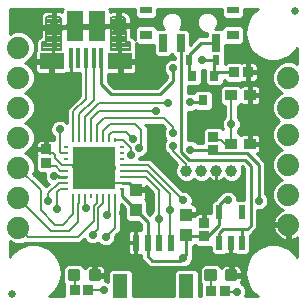
<source format=gtl>
G75*
%MOIN*%
%OFA0B0*%
%FSLAX25Y25*%
%IPPOS*%
%LPD*%
%AMOC8*
5,1,8,0,0,1.08239X$1,22.5*
%
%ADD10R,0.04724X0.07874*%
%ADD11R,0.02362X0.05315*%
%ADD12R,0.01575X0.06890*%
%ADD13R,0.07874X0.05748*%
%ADD14R,0.05610X0.09843*%
%ADD15C,0.03937*%
%ADD16C,0.04331*%
%ADD17C,0.00800*%
%ADD18C,0.07400*%
%ADD19C,0.01181*%
%ADD20R,0.02165X0.04724*%
%ADD21R,0.03346X0.03543*%
%ADD22R,0.02756X0.05906*%
%ADD23R,0.03937X0.02362*%
%ADD24R,0.03937X0.03150*%
%ADD25R,0.03543X0.03346*%
%ADD26R,0.03937X0.04331*%
%ADD27C,0.02900*%
%ADD28C,0.02500*%
%ADD29R,0.03937X0.03543*%
%ADD30R,0.02480X0.03268*%
%ADD31R,0.03150X0.03543*%
%ADD32R,0.00984X0.01575*%
%ADD33R,0.01575X0.00984*%
%ADD34R,0.14173X0.14173*%
%ADD35C,0.01000*%
D10*
X0162310Y0057865D03*
X0184357Y0057865D03*
D11*
X0179239Y0072333D03*
X0175302Y0072333D03*
X0171365Y0072333D03*
X0167428Y0072333D03*
D12*
X0155951Y0133833D03*
X0153392Y0133833D03*
X0150833Y0133833D03*
X0148274Y0133833D03*
X0145715Y0133833D03*
D13*
X0139416Y0132751D03*
X0162251Y0132751D03*
D14*
X0154623Y0144365D03*
X0147044Y0144365D03*
D15*
X0140203Y0143971D03*
X0184333Y0096333D03*
X0189333Y0096333D03*
X0194333Y0096333D03*
X0199333Y0096333D03*
D16*
X0161587Y0143797D02*
X0161587Y0145373D01*
X0161587Y0145373D01*
X0161587Y0143797D01*
X0161587Y0143797D01*
D17*
X0164028Y0144162D02*
X0159096Y0144162D01*
X0159095Y0143364D02*
X0164031Y0143364D01*
X0164033Y0142565D02*
X0159093Y0142565D01*
X0159092Y0141767D02*
X0164035Y0141767D01*
X0164037Y0140968D02*
X0159090Y0140968D01*
X0159089Y0140170D02*
X0164039Y0140170D01*
X0164041Y0139371D02*
X0159087Y0139371D01*
X0159085Y0138573D02*
X0165515Y0138573D01*
X0165518Y0139050D02*
X0165499Y0136530D01*
X0159081Y0136530D01*
X0159101Y0146530D01*
X0159116Y0146803D01*
X0159201Y0147062D01*
X0159351Y0147291D01*
X0159555Y0147473D01*
X0159798Y0147596D01*
X0160066Y0147652D01*
X0162428Y0147652D01*
X0162740Y0147666D01*
X0163047Y0147610D01*
X0163334Y0147487D01*
X0163587Y0147303D01*
X0163792Y0147067D01*
X0163940Y0146792D01*
X0164022Y0146491D01*
X0164042Y0139050D01*
X0165518Y0139050D01*
X0165508Y0137774D02*
X0159084Y0137774D01*
X0159082Y0136976D02*
X0165502Y0136976D01*
X0153392Y0133833D02*
X0153392Y0119833D01*
X0148570Y0115010D01*
X0148570Y0106428D01*
X0150538Y0106428D02*
X0150538Y0114138D01*
X0155233Y0118833D01*
X0178083Y0118833D01*
X0174033Y0116283D02*
X0173983Y0116233D01*
X0155333Y0116233D01*
X0152507Y0113407D01*
X0152507Y0106428D01*
X0154475Y0106428D02*
X0154475Y0111475D01*
X0156733Y0113733D01*
X0176933Y0113733D01*
X0179883Y0110783D01*
X0179883Y0108733D01*
X0179933Y0104433D02*
X0179933Y0102883D01*
X0184333Y0098483D01*
X0184333Y0096333D01*
X0175302Y0089765D02*
X0170844Y0094223D01*
X0162743Y0094223D01*
X0162743Y0092255D02*
X0160333Y0092255D01*
X0155412Y0097176D01*
X0153491Y0097176D01*
X0148318Y0097176D01*
X0147333Y0098160D01*
X0144239Y0098160D01*
X0142957Y0098160D01*
X0140613Y0100503D01*
X0140613Y0101523D01*
X0139923Y0102213D01*
X0138787Y0102213D01*
X0142133Y0102633D02*
X0142133Y0110033D01*
X0146601Y0106428D02*
X0146601Y0116101D01*
X0150833Y0120333D01*
X0150833Y0133833D01*
X0142420Y0136530D02*
X0136196Y0136530D01*
X0136196Y0139030D01*
X0137684Y0139030D01*
X0137684Y0147239D01*
X0137721Y0147395D01*
X0137805Y0147532D01*
X0137927Y0147637D01*
X0138075Y0147698D01*
X0138235Y0147711D01*
X0141640Y0147613D01*
X0141845Y0147582D01*
X0142035Y0147500D01*
X0142197Y0147371D01*
X0142321Y0147204D01*
X0142396Y0147012D01*
X0142420Y0146806D01*
X0142420Y0136530D01*
X0142420Y0136976D02*
X0136196Y0136976D01*
X0136196Y0137774D02*
X0142420Y0137774D01*
X0142420Y0138573D02*
X0136196Y0138573D01*
X0137684Y0139371D02*
X0142420Y0139371D01*
X0142420Y0140170D02*
X0137684Y0140170D01*
X0137684Y0140968D02*
X0142420Y0140968D01*
X0142420Y0141767D02*
X0137684Y0141767D01*
X0137684Y0142565D02*
X0142420Y0142565D01*
X0142420Y0143364D02*
X0137684Y0143364D01*
X0137684Y0144162D02*
X0142420Y0144162D01*
X0142420Y0144961D02*
X0137684Y0144961D01*
X0137684Y0145759D02*
X0142420Y0145759D01*
X0142420Y0146558D02*
X0137684Y0146558D01*
X0137712Y0147356D02*
X0142208Y0147356D01*
X0159103Y0146558D02*
X0164004Y0146558D01*
X0164024Y0145759D02*
X0159100Y0145759D01*
X0159098Y0144961D02*
X0164026Y0144961D01*
X0163513Y0147356D02*
X0159424Y0147356D01*
X0199184Y0121404D02*
X0199333Y0121255D01*
X0199333Y0111833D01*
X0199333Y0105412D01*
X0199184Y0105262D01*
X0197184Y0105262D01*
X0195829Y0106617D01*
X0194333Y0106617D01*
X0193333Y0107617D01*
X0183233Y0086433D02*
X0171507Y0098160D01*
X0162743Y0098160D01*
X0162743Y0096192D02*
X0171075Y0096192D01*
X0178883Y0088383D01*
X0178883Y0083083D01*
X0178883Y0072689D01*
X0179239Y0072333D01*
X0175302Y0072333D02*
X0175302Y0080333D01*
X0175302Y0089765D01*
X0160381Y0087924D02*
X0160381Y0077131D01*
X0157433Y0074183D01*
X0154983Y0076883D02*
X0153033Y0074933D01*
X0154983Y0076883D02*
X0154983Y0083983D01*
X0156444Y0085444D01*
X0156444Y0087924D01*
X0158412Y0087924D02*
X0158412Y0082262D01*
X0157733Y0081583D01*
X0153383Y0079633D02*
X0148033Y0074283D01*
X0131383Y0074283D01*
X0128333Y0077333D01*
X0135733Y0083033D02*
X0135733Y0089933D01*
X0128333Y0097333D01*
X0138750Y0097683D02*
X0140783Y0097683D01*
X0142275Y0096192D01*
X0144239Y0096192D01*
X0144239Y0092255D02*
X0141755Y0092255D01*
X0138333Y0088833D01*
X0138333Y0086033D01*
X0141183Y0083383D02*
X0141183Y0089183D01*
X0142286Y0090286D01*
X0144239Y0090286D01*
X0146601Y0087924D02*
X0146601Y0081801D01*
X0143033Y0078233D01*
X0140533Y0078233D01*
X0135733Y0083033D01*
X0139333Y0076333D02*
X0128333Y0087333D01*
X0139333Y0076333D02*
X0145333Y0076333D01*
X0148133Y0079133D01*
X0148133Y0085133D01*
X0148570Y0085570D01*
X0148570Y0087924D01*
X0150538Y0087924D02*
X0150538Y0084129D01*
X0150783Y0083883D01*
X0153383Y0084533D02*
X0154475Y0085625D01*
X0154475Y0087924D01*
X0153383Y0084533D02*
X0153383Y0079633D01*
X0146881Y0061433D02*
X0147050Y0061264D01*
X0147050Y0056433D01*
X0151617Y0056433D02*
X0156833Y0056433D01*
X0192381Y0056303D02*
X0192550Y0056133D01*
X0192381Y0056303D02*
X0192381Y0061433D01*
X0197117Y0056133D02*
X0197317Y0055933D01*
X0201133Y0055933D01*
X0165733Y0101633D02*
X0165733Y0103933D01*
X0163239Y0106428D01*
X0160381Y0106428D01*
X0158412Y0106428D02*
X0158412Y0108012D01*
X0159433Y0109033D01*
X0164333Y0109033D01*
X0166433Y0106933D01*
X0169333Y0104733D02*
X0169333Y0109933D01*
X0167333Y0111933D01*
X0158933Y0111933D01*
X0156444Y0109444D01*
X0156444Y0106428D01*
X0144239Y0102097D02*
X0142670Y0102097D01*
X0142133Y0102633D01*
X0168533Y0103933D02*
X0169333Y0104733D01*
D18*
X0128333Y0107333D03*
X0128333Y0097333D03*
X0128333Y0087333D03*
X0128333Y0077333D03*
X0128333Y0117333D03*
X0128333Y0127333D03*
X0128333Y0137333D03*
X0218333Y0127333D03*
X0218333Y0117333D03*
X0218333Y0108333D03*
X0218333Y0098333D03*
X0218333Y0088333D03*
X0218333Y0078333D03*
D19*
X0197908Y0062811D02*
X0197908Y0060055D01*
X0197908Y0062811D02*
X0200664Y0062811D01*
X0200664Y0060055D01*
X0197908Y0060055D01*
X0197908Y0061177D02*
X0200664Y0061177D01*
X0200664Y0062299D02*
X0197908Y0062299D01*
X0191003Y0062811D02*
X0191003Y0060055D01*
X0191003Y0062811D02*
X0193759Y0062811D01*
X0193759Y0060055D01*
X0191003Y0060055D01*
X0191003Y0061177D02*
X0193759Y0061177D01*
X0193759Y0062299D02*
X0191003Y0062299D01*
X0152408Y0062811D02*
X0152408Y0060055D01*
X0152408Y0062811D02*
X0155164Y0062811D01*
X0155164Y0060055D01*
X0152408Y0060055D01*
X0152408Y0061177D02*
X0155164Y0061177D01*
X0155164Y0062299D02*
X0152408Y0062299D01*
X0145503Y0062811D02*
X0145503Y0060055D01*
X0145503Y0062811D02*
X0148259Y0062811D01*
X0148259Y0060055D01*
X0145503Y0060055D01*
X0145503Y0061177D02*
X0148259Y0061177D01*
X0148259Y0062299D02*
X0145503Y0062299D01*
D20*
X0195293Y0072315D03*
X0199033Y0072315D03*
X0202773Y0072315D03*
X0202773Y0082552D03*
X0195293Y0082552D03*
D21*
X0197117Y0056133D03*
X0192550Y0056133D03*
X0151617Y0056433D03*
X0147050Y0056433D03*
X0200300Y0129083D03*
X0204867Y0129083D03*
D22*
X0194192Y0138844D03*
X0182381Y0138844D03*
X0176475Y0138844D03*
D23*
X0170963Y0149670D03*
X0199703Y0149670D03*
D24*
X0199703Y0141403D03*
X0170963Y0141403D03*
D25*
X0193333Y0107617D03*
X0193333Y0103050D03*
X0190233Y0078917D03*
X0190233Y0074350D03*
X0137613Y0098820D03*
X0137613Y0103387D03*
D26*
X0167433Y0089880D03*
X0167433Y0083187D03*
X0184333Y0081580D03*
X0184333Y0074887D03*
D27*
X0175302Y0080333D03*
X0178883Y0083083D03*
X0183233Y0086433D03*
X0187683Y0090433D03*
X0179633Y0094433D03*
X0171633Y0089433D03*
X0163133Y0082233D03*
X0157733Y0081583D03*
X0150783Y0083883D03*
X0141183Y0083383D03*
X0138333Y0086033D03*
X0140333Y0094433D03*
X0165733Y0101633D03*
X0168533Y0103933D03*
X0166433Y0106933D03*
X0179883Y0108733D03*
X0179933Y0104433D03*
X0185633Y0103333D03*
X0199333Y0111833D03*
X0210533Y0105833D03*
X0185633Y0119033D03*
X0178083Y0118833D03*
X0174033Y0116283D03*
X0169483Y0125983D03*
X0173383Y0131783D03*
X0179983Y0130433D03*
X0189633Y0133033D03*
X0186533Y0140633D03*
X0199533Y0135633D03*
X0193783Y0123333D03*
X0168383Y0136683D03*
X0144033Y0126433D03*
X0142133Y0110033D03*
X0191583Y0084233D03*
X0198133Y0086433D03*
X0208433Y0086283D03*
X0199183Y0066833D03*
X0201133Y0055933D03*
X0183333Y0067333D03*
X0173533Y0058333D03*
X0156833Y0056433D03*
X0163133Y0069233D03*
X0157433Y0074183D03*
X0153033Y0074933D03*
X0149533Y0069333D03*
X0131033Y0145433D03*
D28*
X0126333Y0055333D03*
X0220633Y0149633D03*
D29*
X0205483Y0121404D03*
X0199184Y0121404D03*
X0199184Y0105262D03*
X0205483Y0105262D03*
D30*
X0194261Y0133133D03*
X0185206Y0133133D03*
D31*
X0186193Y0127970D03*
X0193673Y0127970D03*
X0189933Y0119703D03*
D32*
X0160381Y0106428D03*
X0158412Y0106428D03*
X0156444Y0106428D03*
X0154475Y0106428D03*
X0152507Y0106428D03*
X0150538Y0106428D03*
X0148570Y0106428D03*
X0146601Y0106428D03*
X0146601Y0087924D03*
X0148570Y0087924D03*
X0150538Y0087924D03*
X0152507Y0087924D03*
X0154475Y0087924D03*
X0156444Y0087924D03*
X0158412Y0087924D03*
X0160381Y0087924D03*
D33*
X0162743Y0090286D03*
X0162743Y0092255D03*
X0162743Y0094223D03*
X0162743Y0096192D03*
X0162743Y0098160D03*
X0162743Y0100129D03*
X0162743Y0102097D03*
X0162743Y0104066D03*
X0144239Y0104066D03*
X0144239Y0102097D03*
X0144239Y0100129D03*
X0144239Y0098160D03*
X0144239Y0096192D03*
X0144239Y0094223D03*
X0144239Y0092255D03*
X0144239Y0090286D03*
D34*
X0153491Y0097176D03*
D35*
X0153991Y0097266D02*
X0160255Y0097266D01*
X0160255Y0096964D02*
X0160255Y0097676D01*
X0153991Y0097676D01*
X0153991Y0096676D01*
X0160255Y0096676D01*
X0160255Y0096964D01*
X0162743Y0092255D02*
X0165059Y0092255D01*
X0167433Y0089880D01*
X0167918Y0090277D02*
X0171820Y0090277D01*
X0170902Y0090364D02*
X0170902Y0091195D01*
X0173202Y0088895D01*
X0173202Y0082688D01*
X0172631Y0082118D01*
X0172333Y0081398D01*
X0171102Y0082630D01*
X0171102Y0086056D01*
X0170483Y0086675D01*
X0170602Y0086793D01*
X0170800Y0087135D01*
X0170902Y0087517D01*
X0170902Y0089396D01*
X0167918Y0089396D01*
X0167918Y0090364D01*
X0170902Y0090364D01*
X0170902Y0089278D02*
X0172819Y0089278D01*
X0173202Y0088280D02*
X0170902Y0088280D01*
X0170839Y0087281D02*
X0173202Y0087281D01*
X0173202Y0086283D02*
X0170875Y0086283D01*
X0171102Y0085284D02*
X0173202Y0085284D01*
X0173202Y0084286D02*
X0171102Y0084286D01*
X0171102Y0083287D02*
X0173202Y0083287D01*
X0172802Y0082289D02*
X0171443Y0082289D01*
X0171365Y0079255D02*
X0167433Y0083187D01*
X0162743Y0087877D01*
X0162743Y0090286D01*
X0162481Y0085028D02*
X0163765Y0083744D01*
X0163765Y0080317D01*
X0164761Y0079322D01*
X0168187Y0079322D01*
X0169165Y0078344D01*
X0169165Y0076395D01*
X0168806Y0076491D01*
X0167518Y0076491D01*
X0167518Y0072424D01*
X0167337Y0072424D01*
X0167337Y0072243D01*
X0164747Y0072243D01*
X0164747Y0069478D01*
X0164849Y0069097D01*
X0165046Y0068755D01*
X0165326Y0068476D01*
X0165668Y0068278D01*
X0166049Y0068176D01*
X0167337Y0068176D01*
X0167337Y0072243D01*
X0167518Y0072243D01*
X0167518Y0068176D01*
X0168806Y0068176D01*
X0169165Y0068272D01*
X0169165Y0066891D01*
X0170454Y0065602D01*
X0170633Y0065422D01*
X0171922Y0064133D01*
X0183245Y0064133D01*
X0183295Y0064183D01*
X0183960Y0064183D01*
X0185118Y0064663D01*
X0186004Y0065549D01*
X0186483Y0066707D01*
X0186483Y0067372D01*
X0186533Y0067422D01*
X0186533Y0071022D01*
X0187006Y0071022D01*
X0187359Y0071375D01*
X0187758Y0070977D01*
X0192510Y0070977D01*
X0192510Y0069248D01*
X0193506Y0068253D01*
X0197080Y0068253D01*
X0197380Y0068553D01*
X0197753Y0068453D01*
X0198992Y0068453D01*
X0198992Y0072273D01*
X0199075Y0072273D01*
X0199075Y0068453D01*
X0200313Y0068453D01*
X0200687Y0068553D01*
X0200987Y0068253D01*
X0204560Y0068253D01*
X0205556Y0069248D01*
X0205556Y0074645D01*
X0206645Y0075733D01*
X0207933Y0077022D01*
X0207933Y0083133D01*
X0209060Y0083133D01*
X0210218Y0083613D01*
X0211104Y0084499D01*
X0211583Y0085657D01*
X0211583Y0086910D01*
X0211104Y0088068D01*
X0210633Y0088538D01*
X0210633Y0099145D01*
X0209345Y0100433D01*
X0207758Y0102020D01*
X0208030Y0102093D01*
X0208372Y0102291D01*
X0208652Y0102570D01*
X0208849Y0102912D01*
X0208951Y0103293D01*
X0208951Y0104877D01*
X0205869Y0104877D01*
X0205869Y0105648D01*
X0208951Y0105648D01*
X0208951Y0107232D01*
X0208849Y0107613D01*
X0208652Y0107955D01*
X0208372Y0108234D01*
X0208030Y0108432D01*
X0207649Y0108534D01*
X0205869Y0108534D01*
X0205869Y0105648D01*
X0205097Y0105648D01*
X0205097Y0108534D01*
X0203317Y0108534D01*
X0202935Y0108432D01*
X0202593Y0108234D01*
X0202475Y0108116D01*
X0201856Y0108734D01*
X0201433Y0108734D01*
X0201433Y0109479D01*
X0202004Y0110049D01*
X0202483Y0111207D01*
X0202483Y0112460D01*
X0202004Y0113618D01*
X0201433Y0114188D01*
X0201433Y0117933D01*
X0201856Y0117933D01*
X0202475Y0118551D01*
X0202593Y0118432D01*
X0202935Y0118235D01*
X0202159Y0118235D01*
X0202935Y0118235D02*
X0203317Y0118133D01*
X0205097Y0118133D01*
X0205097Y0121018D01*
X0205869Y0121018D01*
X0205869Y0118133D01*
X0207649Y0118133D01*
X0208030Y0118235D01*
X0208372Y0118432D01*
X0208652Y0118712D01*
X0208849Y0119054D01*
X0208951Y0119435D01*
X0208951Y0121018D01*
X0205869Y0121018D01*
X0205869Y0121790D01*
X0208951Y0121790D01*
X0208951Y0123373D01*
X0208849Y0123755D01*
X0208652Y0124097D01*
X0208372Y0124376D01*
X0208030Y0124574D01*
X0207649Y0124676D01*
X0205869Y0124676D01*
X0205869Y0121790D01*
X0205097Y0121790D01*
X0205097Y0124676D01*
X0203317Y0124676D01*
X0202935Y0124574D01*
X0202593Y0124376D01*
X0202475Y0124257D01*
X0201856Y0124876D01*
X0196511Y0124876D01*
X0195515Y0123880D01*
X0195515Y0118928D01*
X0196511Y0117933D01*
X0197233Y0117933D01*
X0197233Y0114188D01*
X0196663Y0113618D01*
X0196183Y0112460D01*
X0196183Y0111207D01*
X0196601Y0110198D01*
X0195809Y0110990D01*
X0190858Y0110990D01*
X0189862Y0109994D01*
X0189862Y0105533D01*
X0187888Y0105533D01*
X0187418Y0106004D01*
X0186260Y0106483D01*
X0185007Y0106483D01*
X0184833Y0106411D01*
X0184833Y0115955D01*
X0185007Y0115883D01*
X0186260Y0115883D01*
X0187418Y0116363D01*
X0187470Y0116415D01*
X0187654Y0116231D01*
X0192212Y0116231D01*
X0193208Y0117227D01*
X0193208Y0122178D01*
X0192212Y0123174D01*
X0187654Y0123174D01*
X0186659Y0122178D01*
X0186659Y0122018D01*
X0186260Y0122183D01*
X0185007Y0122183D01*
X0184833Y0122111D01*
X0184833Y0124499D01*
X0188472Y0124499D01*
X0189468Y0125495D01*
X0189468Y0129883D01*
X0190260Y0129883D01*
X0190399Y0129941D01*
X0190399Y0125495D01*
X0191395Y0124499D01*
X0195952Y0124499D01*
X0196948Y0125495D01*
X0196948Y0126586D01*
X0197922Y0125612D01*
X0202677Y0125612D01*
X0202902Y0125837D01*
X0202996Y0125812D01*
X0204530Y0125812D01*
X0204530Y0128747D01*
X0205203Y0128747D01*
X0205203Y0125812D01*
X0206737Y0125812D01*
X0207119Y0125914D01*
X0207461Y0126111D01*
X0207740Y0126391D01*
X0207938Y0126733D01*
X0208040Y0127114D01*
X0208040Y0128747D01*
X0205203Y0128747D01*
X0205203Y0129420D01*
X0204530Y0129420D01*
X0204530Y0132355D01*
X0202996Y0132355D01*
X0202902Y0132330D01*
X0202677Y0132555D01*
X0197922Y0132555D01*
X0197201Y0131834D01*
X0197201Y0135118D01*
X0197270Y0135187D01*
X0197270Y0138128D01*
X0202376Y0138128D01*
X0203372Y0139124D01*
X0203372Y0143682D01*
X0202376Y0144677D01*
X0197031Y0144677D01*
X0196035Y0143682D01*
X0196035Y0143496D01*
X0193911Y0143496D01*
X0194182Y0143767D01*
X0194710Y0145043D01*
X0194710Y0146424D01*
X0194182Y0147700D01*
X0193205Y0148676D01*
X0191929Y0149205D01*
X0190548Y0149205D01*
X0189272Y0148676D01*
X0188296Y0147700D01*
X0187767Y0146424D01*
X0187767Y0145043D01*
X0188296Y0143767D01*
X0189272Y0142790D01*
X0190548Y0142262D01*
X0191114Y0142262D01*
X0191114Y0141044D01*
X0188330Y0141044D01*
X0185459Y0138172D01*
X0185459Y0142500D01*
X0184463Y0143496D01*
X0182100Y0143496D01*
X0182371Y0143767D01*
X0182899Y0145043D01*
X0182899Y0146424D01*
X0182371Y0147700D01*
X0181394Y0148676D01*
X0180118Y0149205D01*
X0178737Y0149205D01*
X0177461Y0148676D01*
X0176485Y0147700D01*
X0175956Y0146424D01*
X0175956Y0145043D01*
X0176485Y0143767D01*
X0176755Y0143496D01*
X0174632Y0143496D01*
X0174632Y0143682D01*
X0173636Y0144677D01*
X0168291Y0144677D01*
X0167295Y0143682D01*
X0167295Y0139769D01*
X0167295Y0139769D01*
X0167291Y0139776D01*
X0167291Y0139776D01*
X0167291Y0139776D01*
X0167289Y0139783D01*
X0167168Y0139993D01*
X0167167Y0139993D01*
X0167167Y0139994D01*
X0167048Y0140205D01*
X0167043Y0140210D01*
X0167042Y0140210D01*
X0167039Y0140216D01*
X0166867Y0140388D01*
X0166867Y0140388D01*
X0166867Y0140389D01*
X0166697Y0140561D01*
X0166690Y0140565D01*
X0166685Y0140570D01*
X0166475Y0140691D01*
X0166475Y0140692D01*
X0166474Y0140692D01*
X0166266Y0140815D01*
X0166258Y0140817D01*
X0166252Y0140820D01*
X0166017Y0140883D01*
X0166017Y0140883D01*
X0166017Y0140883D01*
X0165937Y0140905D01*
X0165929Y0144085D01*
X0162087Y0144085D01*
X0162087Y0145085D01*
X0165926Y0145085D01*
X0165923Y0146393D01*
X0165938Y0146539D01*
X0165922Y0146642D01*
X0165922Y0146746D01*
X0165883Y0146888D01*
X0165849Y0147106D01*
X0165625Y0147716D01*
X0165287Y0148269D01*
X0165287Y0148269D01*
X0164847Y0148746D01*
X0164847Y0148746D01*
X0164847Y0148746D01*
X0164795Y0148784D01*
X0164322Y0149129D01*
X0164247Y0149163D01*
X0163733Y0149401D01*
X0163733Y0149401D01*
X0163102Y0149553D01*
X0163102Y0149553D01*
X0162453Y0149580D01*
X0162279Y0149552D01*
X0162087Y0149552D01*
X0162087Y0145085D01*
X0161087Y0145085D01*
X0161087Y0149552D01*
X0160243Y0149552D01*
X0160172Y0149566D01*
X0159994Y0149552D01*
X0159815Y0149552D01*
X0159745Y0149533D01*
X0159633Y0149525D01*
X0159074Y0149369D01*
X0158928Y0149295D01*
X0158928Y0149484D01*
X0158826Y0149865D01*
X0158628Y0150207D01*
X0158602Y0150233D01*
X0167295Y0150233D01*
X0167295Y0147785D01*
X0168291Y0146789D01*
X0173636Y0146789D01*
X0174632Y0147785D01*
X0174632Y0150233D01*
X0196035Y0150233D01*
X0196035Y0147785D01*
X0197031Y0146789D01*
X0202376Y0146789D01*
X0203372Y0147785D01*
X0203372Y0150233D01*
X0208124Y0150233D01*
X0206021Y0148469D01*
X0206021Y0148469D01*
X0206021Y0148469D01*
X0204364Y0145598D01*
X0203788Y0142333D01*
X0204364Y0139069D01*
X0206021Y0136198D01*
X0208561Y0134067D01*
X0211676Y0132933D01*
X0214991Y0132933D01*
X0218106Y0134067D01*
X0220645Y0136198D01*
X0221233Y0137217D01*
X0221233Y0131977D01*
X0219407Y0132733D01*
X0217259Y0132733D01*
X0215274Y0131911D01*
X0213755Y0130392D01*
X0212933Y0128407D01*
X0212933Y0126259D01*
X0213755Y0124274D01*
X0215274Y0122755D01*
X0216294Y0122333D01*
X0215274Y0121911D01*
X0213755Y0120392D01*
X0212933Y0118407D01*
X0212933Y0116259D01*
X0213755Y0114274D01*
X0215197Y0112833D01*
X0213755Y0111392D01*
X0212933Y0109407D01*
X0212933Y0107259D01*
X0213755Y0105274D01*
X0215274Y0103755D01*
X0216294Y0103333D01*
X0215274Y0102911D01*
X0213755Y0101392D01*
X0212933Y0099407D01*
X0212933Y0097259D01*
X0213755Y0095274D01*
X0215274Y0093755D01*
X0216294Y0093333D01*
X0215274Y0092911D01*
X0213755Y0091392D01*
X0212933Y0089407D01*
X0212933Y0087259D01*
X0213755Y0085274D01*
X0215274Y0083755D01*
X0216558Y0083224D01*
X0216337Y0083152D01*
X0215608Y0082781D01*
X0214946Y0082300D01*
X0214367Y0081721D01*
X0213886Y0081059D01*
X0213514Y0080329D01*
X0213261Y0079551D01*
X0213148Y0078833D01*
X0217833Y0078833D01*
X0217833Y0077833D01*
X0218833Y0077833D01*
X0218833Y0073148D01*
X0219551Y0073261D01*
X0220329Y0073514D01*
X0221059Y0073886D01*
X0221233Y0074013D01*
X0221233Y0067450D01*
X0220645Y0068469D01*
X0218106Y0070600D01*
X0214991Y0071733D01*
X0211676Y0071733D01*
X0208561Y0070600D01*
X0206021Y0068469D01*
X0206021Y0068469D01*
X0206021Y0068469D01*
X0204364Y0065598D01*
X0203788Y0062333D01*
X0204364Y0059069D01*
X0204364Y0059069D01*
X0206021Y0056198D01*
X0208124Y0054433D01*
X0203922Y0054433D01*
X0204283Y0055307D01*
X0204283Y0056560D01*
X0203804Y0057718D01*
X0202918Y0058604D01*
X0202371Y0058830D01*
X0202612Y0059248D01*
X0202755Y0059780D01*
X0202755Y0060949D01*
X0199770Y0060949D01*
X0199770Y0061918D01*
X0198802Y0061918D01*
X0198802Y0064902D01*
X0197633Y0064902D01*
X0197101Y0064759D01*
X0196624Y0064484D01*
X0196235Y0064095D01*
X0196045Y0063765D01*
X0194707Y0065102D01*
X0190054Y0065102D01*
X0188712Y0063760D01*
X0188712Y0059107D01*
X0189193Y0058626D01*
X0189177Y0058609D01*
X0189177Y0054433D01*
X0188419Y0054433D01*
X0188419Y0062506D01*
X0187423Y0063502D01*
X0181291Y0063502D01*
X0180295Y0062506D01*
X0180295Y0054433D01*
X0166372Y0054433D01*
X0166372Y0062506D01*
X0165376Y0063502D01*
X0159243Y0063502D01*
X0158248Y0062506D01*
X0158248Y0059257D01*
X0157460Y0059583D01*
X0157202Y0059583D01*
X0157255Y0059780D01*
X0157255Y0060949D01*
X0154270Y0060949D01*
X0154270Y0061918D01*
X0153302Y0061918D01*
X0153302Y0064902D01*
X0152133Y0064902D01*
X0151601Y0064759D01*
X0151124Y0064484D01*
X0150735Y0064095D01*
X0150545Y0063765D01*
X0149207Y0065102D01*
X0144554Y0065102D01*
X0143212Y0063760D01*
X0143212Y0059107D01*
X0143677Y0058642D01*
X0143677Y0054433D01*
X0138542Y0054433D01*
X0140645Y0056198D01*
X0142303Y0059069D01*
X0142878Y0062333D01*
X0142303Y0065598D01*
X0140645Y0068469D01*
X0138106Y0070600D01*
X0134991Y0071733D01*
X0131676Y0071733D01*
X0128561Y0070600D01*
X0126021Y0068469D01*
X0126021Y0068469D01*
X0126021Y0068469D01*
X0125433Y0067450D01*
X0125433Y0072690D01*
X0127259Y0071933D01*
X0129407Y0071933D01*
X0130366Y0072330D01*
X0130513Y0072183D01*
X0148903Y0072183D01*
X0150133Y0073413D01*
X0150218Y0073498D01*
X0150363Y0073149D01*
X0151249Y0072263D01*
X0152407Y0071783D01*
X0153660Y0071783D01*
X0154818Y0072263D01*
X0154858Y0072304D01*
X0155649Y0071513D01*
X0156807Y0071033D01*
X0158060Y0071033D01*
X0159218Y0071513D01*
X0160104Y0072399D01*
X0160583Y0073557D01*
X0160583Y0074363D01*
X0161250Y0075031D01*
X0162481Y0076261D01*
X0162481Y0085028D01*
X0162481Y0084286D02*
X0163223Y0084286D01*
X0163765Y0083287D02*
X0162481Y0083287D01*
X0162481Y0082289D02*
X0163765Y0082289D01*
X0163765Y0081290D02*
X0162481Y0081290D01*
X0162481Y0080292D02*
X0163791Y0080292D01*
X0162481Y0079293D02*
X0168216Y0079293D01*
X0169165Y0078295D02*
X0162481Y0078295D01*
X0162481Y0077296D02*
X0169165Y0077296D01*
X0167518Y0076298D02*
X0167337Y0076298D01*
X0167337Y0076491D02*
X0166049Y0076491D01*
X0165668Y0076389D01*
X0165326Y0076191D01*
X0165046Y0075912D01*
X0164849Y0075570D01*
X0164747Y0075188D01*
X0164747Y0072424D01*
X0167337Y0072424D01*
X0167337Y0076491D01*
X0167337Y0075299D02*
X0167518Y0075299D01*
X0167518Y0074301D02*
X0167337Y0074301D01*
X0167337Y0073302D02*
X0167518Y0073302D01*
X0167337Y0072304D02*
X0160008Y0072304D01*
X0160478Y0073302D02*
X0164747Y0073302D01*
X0164747Y0074301D02*
X0160583Y0074301D01*
X0161519Y0075299D02*
X0164776Y0075299D01*
X0165510Y0076298D02*
X0162481Y0076298D01*
X0164747Y0071305D02*
X0158716Y0071305D01*
X0156151Y0071305D02*
X0136167Y0071305D01*
X0138106Y0070600D02*
X0138106Y0070600D01*
X0138455Y0070307D02*
X0164747Y0070307D01*
X0164792Y0069308D02*
X0139645Y0069308D01*
X0140645Y0068469D02*
X0140645Y0068469D01*
X0140737Y0068310D02*
X0165613Y0068310D01*
X0167337Y0068310D02*
X0167518Y0068310D01*
X0167518Y0069308D02*
X0167337Y0069308D01*
X0167337Y0070307D02*
X0167518Y0070307D01*
X0167518Y0071305D02*
X0167337Y0071305D01*
X0171365Y0072333D02*
X0171365Y0067802D01*
X0172833Y0066333D01*
X0182333Y0066333D01*
X0183333Y0067333D01*
X0184333Y0068333D01*
X0184333Y0074887D01*
X0184870Y0074350D01*
X0190233Y0074350D01*
X0191550Y0074350D01*
X0195293Y0078093D01*
X0195293Y0082552D01*
X0195293Y0084993D01*
X0196733Y0086433D01*
X0198133Y0086433D01*
X0195879Y0088633D02*
X0195822Y0088633D01*
X0194533Y0087345D01*
X0194382Y0087193D01*
X0193803Y0086614D01*
X0193506Y0086614D01*
X0192510Y0085618D01*
X0192510Y0082007D01*
X0192202Y0082090D01*
X0190570Y0082090D01*
X0190570Y0079253D01*
X0189897Y0079253D01*
X0189897Y0082090D01*
X0188264Y0082090D01*
X0187883Y0081988D01*
X0187541Y0081790D01*
X0187261Y0081511D01*
X0187064Y0081169D01*
X0187044Y0081096D01*
X0184818Y0081096D01*
X0184818Y0082064D01*
X0187802Y0082064D01*
X0187802Y0083943D01*
X0187700Y0084324D01*
X0187502Y0084666D01*
X0187223Y0084945D01*
X0186881Y0085143D01*
X0186499Y0085245D01*
X0186151Y0085245D01*
X0186383Y0085807D01*
X0186383Y0087060D01*
X0185904Y0088218D01*
X0185018Y0089104D01*
X0183860Y0089583D01*
X0183053Y0089583D01*
X0173607Y0099030D01*
X0172376Y0100260D01*
X0168574Y0100260D01*
X0168791Y0100783D01*
X0169160Y0100783D01*
X0170318Y0101263D01*
X0171204Y0102149D01*
X0171683Y0103307D01*
X0171683Y0104560D01*
X0171433Y0105163D01*
X0171433Y0110803D01*
X0170603Y0111633D01*
X0176063Y0111633D01*
X0177203Y0110494D01*
X0176733Y0109360D01*
X0176733Y0108107D01*
X0177213Y0106949D01*
X0177604Y0106558D01*
X0177263Y0106218D01*
X0176783Y0105060D01*
X0176783Y0103807D01*
X0177263Y0102649D01*
X0177833Y0102079D01*
X0177833Y0102013D01*
X0181329Y0098517D01*
X0181223Y0098411D01*
X0180665Y0097063D01*
X0180665Y0095604D01*
X0181223Y0094255D01*
X0182255Y0093223D01*
X0183604Y0092665D01*
X0185063Y0092665D01*
X0186411Y0093223D01*
X0186833Y0093645D01*
X0187255Y0093223D01*
X0188604Y0092665D01*
X0190063Y0092665D01*
X0191411Y0093223D01*
X0191975Y0093787D01*
X0192122Y0093639D01*
X0192690Y0093260D01*
X0193322Y0092998D01*
X0193992Y0092865D01*
X0194333Y0092865D01*
X0194333Y0096333D01*
X0194333Y0096333D01*
X0194333Y0092865D01*
X0194675Y0092865D01*
X0195345Y0092998D01*
X0195976Y0093260D01*
X0196544Y0093639D01*
X0196692Y0093787D01*
X0197255Y0093223D01*
X0198604Y0092665D01*
X0200063Y0092665D01*
X0201411Y0093223D01*
X0202443Y0094255D01*
X0203002Y0095604D01*
X0203002Y0097063D01*
X0202724Y0097733D01*
X0202822Y0097733D01*
X0203533Y0097022D01*
X0203533Y0086614D01*
X0201283Y0086614D01*
X0201283Y0087060D01*
X0200804Y0088218D01*
X0199918Y0089104D01*
X0198760Y0089583D01*
X0197507Y0089583D01*
X0196349Y0089104D01*
X0195879Y0088633D01*
X0195468Y0088280D02*
X0185842Y0088280D01*
X0186292Y0087281D02*
X0194470Y0087281D01*
X0193175Y0086283D02*
X0186383Y0086283D01*
X0186167Y0085284D02*
X0192510Y0085284D01*
X0192510Y0084286D02*
X0187710Y0084286D01*
X0187802Y0083287D02*
X0192510Y0083287D01*
X0192510Y0082289D02*
X0187802Y0082289D01*
X0187134Y0081290D02*
X0184818Y0081290D01*
X0189897Y0081290D02*
X0190570Y0081290D01*
X0190570Y0080292D02*
X0189897Y0080292D01*
X0189897Y0079293D02*
X0190570Y0079293D01*
X0195293Y0075633D02*
X0196393Y0076733D01*
X0203333Y0076733D01*
X0202773Y0076173D01*
X0202773Y0072315D01*
X0205556Y0072304D02*
X0221233Y0072304D01*
X0221233Y0073302D02*
X0219676Y0073302D01*
X0218833Y0073302D02*
X0217833Y0073302D01*
X0217833Y0073148D02*
X0217833Y0077833D01*
X0213148Y0077833D01*
X0213261Y0077116D01*
X0213514Y0076337D01*
X0213886Y0075608D01*
X0214367Y0074946D01*
X0214946Y0074367D01*
X0215608Y0073886D01*
X0216337Y0073514D01*
X0217116Y0073261D01*
X0217833Y0073148D01*
X0216990Y0073302D02*
X0205556Y0073302D01*
X0205556Y0074301D02*
X0215037Y0074301D01*
X0214110Y0075299D02*
X0206210Y0075299D01*
X0207209Y0076298D02*
X0213534Y0076298D01*
X0213233Y0077296D02*
X0207933Y0077296D01*
X0207933Y0078295D02*
X0217833Y0078295D01*
X0217833Y0077296D02*
X0218833Y0077296D01*
X0218833Y0076298D02*
X0217833Y0076298D01*
X0217833Y0075299D02*
X0218833Y0075299D01*
X0218833Y0074301D02*
X0217833Y0074301D01*
X0216167Y0071305D02*
X0221233Y0071305D01*
X0221233Y0070307D02*
X0218455Y0070307D01*
X0218106Y0070600D02*
X0218106Y0070600D01*
X0219645Y0069308D02*
X0221233Y0069308D01*
X0221233Y0068310D02*
X0220737Y0068310D01*
X0220645Y0068469D02*
X0220645Y0068469D01*
X0210499Y0071305D02*
X0205556Y0071305D01*
X0205556Y0070307D02*
X0208212Y0070307D01*
X0208561Y0070600D02*
X0208561Y0070600D01*
X0207022Y0069308D02*
X0205556Y0069308D01*
X0205930Y0068310D02*
X0204617Y0068310D01*
X0205353Y0067311D02*
X0186483Y0067311D01*
X0186533Y0068310D02*
X0193449Y0068310D01*
X0192510Y0069308D02*
X0186533Y0069308D01*
X0186533Y0070307D02*
X0192510Y0070307D01*
X0195293Y0072315D02*
X0195293Y0075633D01*
X0203333Y0076733D02*
X0204533Y0076733D01*
X0205733Y0077933D01*
X0205733Y0097933D01*
X0203733Y0099933D01*
X0185283Y0099933D01*
X0182633Y0102583D01*
X0182633Y0138591D01*
X0182381Y0138844D01*
X0185459Y0139204D02*
X0186491Y0139204D01*
X0187489Y0140202D02*
X0185459Y0140202D01*
X0185459Y0141201D02*
X0191114Y0141201D01*
X0191114Y0142199D02*
X0185459Y0142199D01*
X0184761Y0143198D02*
X0188865Y0143198D01*
X0188118Y0144196D02*
X0182549Y0144196D01*
X0182899Y0145195D02*
X0187767Y0145195D01*
X0187767Y0146193D02*
X0182899Y0146193D01*
X0182581Y0147192D02*
X0188085Y0147192D01*
X0188786Y0148190D02*
X0181880Y0148190D01*
X0180157Y0149189D02*
X0190510Y0149189D01*
X0191968Y0149189D02*
X0196035Y0149189D01*
X0196035Y0150187D02*
X0174632Y0150187D01*
X0174632Y0149189D02*
X0178699Y0149189D01*
X0176975Y0148190D02*
X0174632Y0148190D01*
X0174039Y0147192D02*
X0176274Y0147192D01*
X0175956Y0146193D02*
X0165923Y0146193D01*
X0165922Y0146642D02*
X0165922Y0146642D01*
X0165883Y0146888D02*
X0165883Y0146888D01*
X0165817Y0147192D02*
X0167888Y0147192D01*
X0167295Y0148190D02*
X0165335Y0148190D01*
X0164322Y0149129D02*
X0164322Y0149129D01*
X0164191Y0149189D02*
X0167295Y0149189D01*
X0167295Y0150187D02*
X0158639Y0150187D01*
X0159074Y0149369D02*
X0159074Y0149369D01*
X0159633Y0149525D02*
X0159633Y0149525D01*
X0159745Y0149533D02*
X0159745Y0149533D01*
X0161087Y0149189D02*
X0162087Y0149189D01*
X0162453Y0149580D02*
X0162453Y0149580D01*
X0162087Y0148190D02*
X0161087Y0148190D01*
X0161087Y0147192D02*
X0162087Y0147192D01*
X0162087Y0146193D02*
X0161087Y0146193D01*
X0161087Y0145195D02*
X0162087Y0145195D01*
X0162087Y0144196D02*
X0167810Y0144196D01*
X0167295Y0143198D02*
X0165931Y0143198D01*
X0165934Y0142199D02*
X0167295Y0142199D01*
X0167295Y0141201D02*
X0165936Y0141201D01*
X0166258Y0140817D02*
X0166258Y0140817D01*
X0166258Y0140817D01*
X0166690Y0140565D02*
X0166690Y0140565D01*
X0166690Y0140565D01*
X0167043Y0140210D02*
X0167043Y0140210D01*
X0167049Y0140202D02*
X0167295Y0140202D01*
X0167418Y0139000D02*
X0168291Y0138128D01*
X0173397Y0138128D01*
X0173397Y0135187D01*
X0174393Y0134191D01*
X0178557Y0134191D01*
X0179428Y0135061D01*
X0180298Y0134191D01*
X0180433Y0134191D01*
X0180433Y0133583D01*
X0179357Y0133583D01*
X0178199Y0133104D01*
X0177313Y0132218D01*
X0176833Y0131060D01*
X0176833Y0129807D01*
X0177313Y0128649D01*
X0177783Y0128179D01*
X0177783Y0127095D01*
X0174622Y0123933D01*
X0160145Y0123933D01*
X0158151Y0125926D01*
X0158151Y0128377D01*
X0161751Y0128377D01*
X0161751Y0132251D01*
X0162751Y0132251D01*
X0162751Y0133251D01*
X0161751Y0133251D01*
X0161751Y0137125D01*
X0161087Y0137125D01*
X0161087Y0144085D01*
X0162087Y0144085D01*
X0162087Y0134630D01*
X0162751Y0134630D01*
X0162751Y0133251D01*
X0167688Y0133251D01*
X0167688Y0135822D01*
X0167585Y0136204D01*
X0167399Y0136527D01*
X0167416Y0138792D01*
X0167418Y0138800D01*
X0167418Y0139000D01*
X0167412Y0138205D02*
X0168213Y0138205D01*
X0167404Y0137207D02*
X0173397Y0137207D01*
X0173397Y0136208D02*
X0167583Y0136208D01*
X0167688Y0135210D02*
X0173397Y0135210D01*
X0174372Y0134211D02*
X0167688Y0134211D01*
X0167688Y0132251D02*
X0162751Y0132251D01*
X0162751Y0128377D01*
X0166385Y0128377D01*
X0166767Y0128479D01*
X0167109Y0128676D01*
X0167388Y0128956D01*
X0167585Y0129298D01*
X0167688Y0129679D01*
X0167688Y0132251D01*
X0167688Y0132214D02*
X0177311Y0132214D01*
X0176898Y0131216D02*
X0167688Y0131216D01*
X0167688Y0130217D02*
X0176833Y0130217D01*
X0177077Y0129219D02*
X0167540Y0129219D01*
X0162751Y0129219D02*
X0161751Y0129219D01*
X0161751Y0130217D02*
X0162751Y0130217D01*
X0162751Y0131216D02*
X0161751Y0131216D01*
X0161751Y0132214D02*
X0162751Y0132214D01*
X0162751Y0133213D02*
X0178462Y0133213D01*
X0178578Y0134211D02*
X0180278Y0134211D01*
X0179983Y0130433D02*
X0179983Y0126183D01*
X0175533Y0121733D01*
X0159233Y0121733D01*
X0155951Y0125015D01*
X0155951Y0133833D01*
X0161751Y0134211D02*
X0162751Y0134211D01*
X0162087Y0135210D02*
X0161751Y0135210D01*
X0161751Y0136208D02*
X0162087Y0136208D01*
X0162087Y0137207D02*
X0161087Y0137207D01*
X0161087Y0138205D02*
X0162087Y0138205D01*
X0162087Y0139204D02*
X0161087Y0139204D01*
X0161087Y0140202D02*
X0162087Y0140202D01*
X0162087Y0141201D02*
X0161087Y0141201D01*
X0161087Y0142199D02*
X0162087Y0142199D01*
X0162087Y0143198D02*
X0161087Y0143198D01*
X0161087Y0144085D02*
X0157196Y0144085D01*
X0157196Y0143865D01*
X0155123Y0143865D01*
X0155123Y0144865D01*
X0158928Y0144865D01*
X0158928Y0145085D01*
X0161087Y0145085D01*
X0161087Y0144085D01*
X0161087Y0144196D02*
X0155123Y0144196D01*
X0154123Y0144196D02*
X0147544Y0144196D01*
X0147544Y0143865D02*
X0147544Y0144865D01*
X0150318Y0144865D01*
X0154123Y0144865D01*
X0154123Y0143865D01*
X0147544Y0143865D01*
X0146544Y0143865D02*
X0142739Y0143865D01*
X0142739Y0143487D01*
X0140688Y0143487D01*
X0140688Y0144455D01*
X0144320Y0144455D01*
X0144320Y0144865D01*
X0146544Y0144865D01*
X0146544Y0143865D01*
X0146544Y0144196D02*
X0140688Y0144196D01*
X0140688Y0144455D02*
X0139719Y0144455D01*
X0139719Y0143487D01*
X0135784Y0143487D01*
X0135784Y0140887D01*
X0135462Y0140801D01*
X0135029Y0140551D01*
X0134675Y0140197D01*
X0134425Y0139764D01*
X0134296Y0139280D01*
X0134296Y0136563D01*
X0134279Y0136546D01*
X0134081Y0136204D01*
X0133979Y0135822D01*
X0133979Y0133251D01*
X0138916Y0133251D01*
X0138916Y0134630D01*
X0139719Y0134630D01*
X0139719Y0143487D01*
X0140688Y0143487D01*
X0140688Y0137125D01*
X0139916Y0137125D01*
X0139916Y0133251D01*
X0138916Y0133251D01*
X0138916Y0132251D01*
X0133979Y0132251D01*
X0133979Y0129679D01*
X0134081Y0129298D01*
X0134279Y0128956D01*
X0134558Y0128676D01*
X0134900Y0128479D01*
X0135282Y0128377D01*
X0138916Y0128377D01*
X0138916Y0132251D01*
X0139916Y0132251D01*
X0139916Y0128377D01*
X0143550Y0128377D01*
X0143932Y0128479D01*
X0144274Y0128676D01*
X0144538Y0128940D01*
X0144730Y0128888D01*
X0145715Y0128888D01*
X0145715Y0133833D01*
X0145715Y0133833D01*
X0145715Y0128888D01*
X0146583Y0128888D01*
X0146783Y0128688D01*
X0148733Y0128688D01*
X0148733Y0121203D01*
X0145731Y0118201D01*
X0144501Y0116971D01*
X0144501Y0112120D01*
X0143918Y0112704D01*
X0142760Y0113183D01*
X0141507Y0113183D01*
X0140349Y0112704D01*
X0139463Y0111818D01*
X0138983Y0110660D01*
X0138983Y0109407D01*
X0139463Y0108249D01*
X0140033Y0107679D01*
X0140033Y0106418D01*
X0139964Y0106458D01*
X0139582Y0106560D01*
X0137950Y0106560D01*
X0137950Y0103723D01*
X0137277Y0103723D01*
X0137277Y0103050D01*
X0134342Y0103050D01*
X0134342Y0101516D01*
X0134367Y0101422D01*
X0134142Y0101197D01*
X0134142Y0096442D01*
X0135138Y0095447D01*
X0137344Y0095447D01*
X0137183Y0095060D01*
X0137183Y0093807D01*
X0137663Y0092649D01*
X0138421Y0091891D01*
X0137583Y0091053D01*
X0133336Y0095300D01*
X0133733Y0096259D01*
X0133733Y0098407D01*
X0132911Y0100392D01*
X0131392Y0101911D01*
X0130373Y0102333D01*
X0131392Y0102755D01*
X0132911Y0104274D01*
X0133733Y0106259D01*
X0133733Y0108407D01*
X0132911Y0110392D01*
X0131392Y0111911D01*
X0130373Y0112333D01*
X0131392Y0112755D01*
X0132911Y0114274D01*
X0133733Y0116259D01*
X0133733Y0118407D01*
X0132911Y0120392D01*
X0131392Y0121911D01*
X0130373Y0122333D01*
X0131392Y0122755D01*
X0132911Y0124274D01*
X0133733Y0126259D01*
X0133733Y0128407D01*
X0132911Y0130392D01*
X0131392Y0131911D01*
X0130373Y0132333D01*
X0131392Y0132755D01*
X0132911Y0134274D01*
X0133733Y0136259D01*
X0133733Y0138407D01*
X0132911Y0140392D01*
X0131392Y0141911D01*
X0129407Y0142733D01*
X0127259Y0142733D01*
X0125433Y0141977D01*
X0125433Y0150233D01*
X0143065Y0150233D01*
X0143039Y0150207D01*
X0142841Y0149865D01*
X0142739Y0149484D01*
X0142739Y0149275D01*
X0142566Y0149362D01*
X0142389Y0149406D01*
X0141977Y0149507D01*
X0141684Y0149512D01*
X0140688Y0149541D01*
X0140688Y0144455D01*
X0140688Y0145195D02*
X0139719Y0145195D01*
X0139719Y0144455D02*
X0139719Y0149569D01*
X0138335Y0149609D01*
X0138109Y0149627D01*
X0138048Y0149617D01*
X0138040Y0149618D01*
X0138022Y0149614D01*
X0137572Y0149547D01*
X0137065Y0149349D01*
X0136615Y0149043D01*
X0136244Y0148645D01*
X0136160Y0148500D01*
X0135971Y0148175D01*
X0135905Y0147960D01*
X0135810Y0147656D01*
X0135810Y0147656D01*
X0135803Y0147560D01*
X0135784Y0147489D01*
X0135784Y0147312D01*
X0135770Y0147135D01*
X0135784Y0147063D01*
X0135784Y0144455D01*
X0139719Y0144455D01*
X0139719Y0144196D02*
X0125433Y0144196D01*
X0125433Y0143198D02*
X0135784Y0143198D01*
X0135784Y0142199D02*
X0130697Y0142199D01*
X0132103Y0141201D02*
X0135784Y0141201D01*
X0134681Y0140202D02*
X0132990Y0140202D01*
X0133403Y0139204D02*
X0134296Y0139204D01*
X0134296Y0138205D02*
X0133733Y0138205D01*
X0133733Y0137207D02*
X0134296Y0137207D01*
X0134084Y0136208D02*
X0133712Y0136208D01*
X0133979Y0135210D02*
X0133299Y0135210D01*
X0132848Y0134211D02*
X0133979Y0134211D01*
X0133979Y0132214D02*
X0130661Y0132214D01*
X0131849Y0133213D02*
X0138916Y0133213D01*
X0138916Y0134211D02*
X0139916Y0134211D01*
X0139916Y0135210D02*
X0139719Y0135210D01*
X0139719Y0136208D02*
X0139916Y0136208D01*
X0139719Y0137207D02*
X0140688Y0137207D01*
X0140688Y0138205D02*
X0139719Y0138205D01*
X0139719Y0139204D02*
X0140688Y0139204D01*
X0140688Y0140202D02*
X0139719Y0140202D01*
X0139719Y0141201D02*
X0140688Y0141201D01*
X0140688Y0142199D02*
X0139719Y0142199D01*
X0139719Y0143198D02*
X0140688Y0143198D01*
X0140688Y0146193D02*
X0139719Y0146193D01*
X0139719Y0147192D02*
X0140688Y0147192D01*
X0140688Y0148190D02*
X0139719Y0148190D01*
X0139719Y0149189D02*
X0140688Y0149189D01*
X0141977Y0149507D02*
X0141977Y0149507D01*
X0142566Y0149362D02*
X0142566Y0149362D01*
X0143027Y0150187D02*
X0125433Y0150187D01*
X0125433Y0149189D02*
X0136829Y0149189D01*
X0136615Y0149043D02*
X0136615Y0149043D01*
X0136244Y0148645D02*
X0136244Y0148645D01*
X0135980Y0148190D02*
X0125433Y0148190D01*
X0125433Y0147192D02*
X0135774Y0147192D01*
X0135784Y0146193D02*
X0125433Y0146193D01*
X0125433Y0145195D02*
X0135784Y0145195D01*
X0135971Y0148175D02*
X0135971Y0148175D01*
X0137065Y0149349D02*
X0137065Y0149349D01*
X0137572Y0149547D02*
X0137572Y0149547D01*
X0138022Y0149614D02*
X0138022Y0149614D01*
X0138048Y0149617D02*
X0138048Y0149617D01*
X0125970Y0142199D02*
X0125433Y0142199D01*
X0132088Y0131216D02*
X0133979Y0131216D01*
X0133979Y0130217D02*
X0132984Y0130217D01*
X0133397Y0129219D02*
X0134127Y0129219D01*
X0133733Y0128220D02*
X0148733Y0128220D01*
X0148733Y0127222D02*
X0133733Y0127222D01*
X0133718Y0126223D02*
X0148733Y0126223D01*
X0148733Y0125225D02*
X0133305Y0125225D01*
X0132863Y0124226D02*
X0148733Y0124226D01*
X0148733Y0123228D02*
X0131864Y0123228D01*
X0130625Y0122229D02*
X0148733Y0122229D01*
X0148733Y0121231D02*
X0132073Y0121231D01*
X0132978Y0120232D02*
X0147762Y0120232D01*
X0146764Y0119234D02*
X0133391Y0119234D01*
X0133733Y0118235D02*
X0145765Y0118235D01*
X0144767Y0117237D02*
X0133733Y0117237D01*
X0133725Y0116238D02*
X0144501Y0116238D01*
X0144501Y0115240D02*
X0133311Y0115240D01*
X0132878Y0114241D02*
X0144501Y0114241D01*
X0144501Y0113243D02*
X0131879Y0113243D01*
X0130589Y0112244D02*
X0139889Y0112244D01*
X0139226Y0111245D02*
X0132058Y0111245D01*
X0132971Y0110247D02*
X0138983Y0110247D01*
X0139049Y0109248D02*
X0133385Y0109248D01*
X0133733Y0108250D02*
X0139462Y0108250D01*
X0140033Y0107251D02*
X0133733Y0107251D01*
X0133731Y0106253D02*
X0134913Y0106253D01*
X0134921Y0106260D02*
X0134641Y0105981D01*
X0134444Y0105639D01*
X0134342Y0105257D01*
X0134342Y0103723D01*
X0137277Y0103723D01*
X0137277Y0106560D01*
X0135644Y0106560D01*
X0135263Y0106458D01*
X0134921Y0106260D01*
X0134342Y0105254D02*
X0133317Y0105254D01*
X0132893Y0104256D02*
X0134342Y0104256D01*
X0134342Y0102259D02*
X0130553Y0102259D01*
X0131894Y0103257D02*
X0137277Y0103257D01*
X0137613Y0103387D02*
X0138787Y0102213D01*
X0137950Y0104256D02*
X0137277Y0104256D01*
X0137277Y0105254D02*
X0137950Y0105254D01*
X0137950Y0106253D02*
X0137277Y0106253D01*
X0134205Y0101260D02*
X0132043Y0101260D01*
X0132965Y0100262D02*
X0134142Y0100262D01*
X0134142Y0099263D02*
X0133379Y0099263D01*
X0133733Y0098265D02*
X0134142Y0098265D01*
X0134142Y0097266D02*
X0133733Y0097266D01*
X0133733Y0096268D02*
X0134316Y0096268D01*
X0133367Y0095269D02*
X0137270Y0095269D01*
X0137183Y0094271D02*
X0134366Y0094271D01*
X0135364Y0093272D02*
X0137405Y0093272D01*
X0138038Y0092274D02*
X0136363Y0092274D01*
X0137361Y0091275D02*
X0137805Y0091275D01*
X0140333Y0094433D02*
X0141513Y0094433D01*
X0141723Y0094223D01*
X0144239Y0094223D01*
X0146726Y0096676D02*
X0152991Y0096676D01*
X0152991Y0097676D01*
X0146526Y0097676D01*
X0146526Y0097588D01*
X0146726Y0097388D01*
X0146726Y0096676D01*
X0146726Y0097266D02*
X0152991Y0097266D01*
X0168575Y0100262D02*
X0179585Y0100262D01*
X0178586Y0101260D02*
X0170312Y0101260D01*
X0171249Y0102259D02*
X0177653Y0102259D01*
X0177011Y0103257D02*
X0171663Y0103257D01*
X0171683Y0104256D02*
X0176783Y0104256D01*
X0176864Y0105254D02*
X0171433Y0105254D01*
X0171433Y0106253D02*
X0177298Y0106253D01*
X0177088Y0107251D02*
X0171433Y0107251D01*
X0171433Y0108250D02*
X0176733Y0108250D01*
X0176733Y0109248D02*
X0171433Y0109248D01*
X0171433Y0110247D02*
X0177101Y0110247D01*
X0176451Y0111245D02*
X0170991Y0111245D01*
X0184833Y0111245D02*
X0196183Y0111245D01*
X0196183Y0112244D02*
X0184833Y0112244D01*
X0184833Y0113243D02*
X0196508Y0113243D01*
X0197233Y0114241D02*
X0184833Y0114241D01*
X0184833Y0115240D02*
X0197233Y0115240D01*
X0197233Y0116238D02*
X0192219Y0116238D01*
X0193208Y0117237D02*
X0197233Y0117237D01*
X0196209Y0118235D02*
X0193208Y0118235D01*
X0193208Y0119234D02*
X0195515Y0119234D01*
X0195515Y0120232D02*
X0193208Y0120232D01*
X0193208Y0121231D02*
X0195515Y0121231D01*
X0195515Y0122229D02*
X0193157Y0122229D01*
X0195515Y0123228D02*
X0184833Y0123228D01*
X0184833Y0124226D02*
X0195861Y0124226D01*
X0196678Y0125225D02*
X0213362Y0125225D01*
X0212948Y0126223D02*
X0207573Y0126223D01*
X0208040Y0127222D02*
X0212933Y0127222D01*
X0212933Y0128220D02*
X0208040Y0128220D01*
X0208040Y0129420D02*
X0208040Y0131052D01*
X0207938Y0131434D01*
X0207740Y0131776D01*
X0207461Y0132055D01*
X0207119Y0132253D01*
X0206737Y0132355D01*
X0205203Y0132355D01*
X0205203Y0129420D01*
X0208040Y0129420D01*
X0208040Y0130217D02*
X0213683Y0130217D01*
X0213269Y0129219D02*
X0205203Y0129219D01*
X0205203Y0130217D02*
X0204530Y0130217D01*
X0204530Y0131216D02*
X0205203Y0131216D01*
X0205203Y0132214D02*
X0204530Y0132214D01*
X0207186Y0132214D02*
X0216006Y0132214D01*
X0215758Y0133213D02*
X0221233Y0133213D01*
X0221233Y0134211D02*
X0218278Y0134211D01*
X0218106Y0134067D02*
X0218106Y0134067D01*
X0219468Y0135210D02*
X0221233Y0135210D01*
X0221233Y0136208D02*
X0220651Y0136208D01*
X0220645Y0136198D02*
X0220645Y0136198D01*
X0220645Y0136198D01*
X0221228Y0137207D02*
X0221233Y0137207D01*
X0221233Y0132214D02*
X0220661Y0132214D01*
X0214579Y0131216D02*
X0207996Y0131216D01*
X0208561Y0134067D02*
X0208561Y0134067D01*
X0208389Y0134211D02*
X0197201Y0134211D01*
X0197201Y0133213D02*
X0210908Y0133213D01*
X0207199Y0135210D02*
X0197270Y0135210D01*
X0197270Y0136208D02*
X0206015Y0136208D01*
X0205439Y0137207D02*
X0197270Y0137207D01*
X0194192Y0138844D02*
X0189242Y0138844D01*
X0185206Y0134808D01*
X0185206Y0133133D01*
X0185206Y0128958D01*
X0186193Y0127970D01*
X0189468Y0128220D02*
X0190399Y0128220D01*
X0190399Y0127222D02*
X0189468Y0127222D01*
X0189468Y0126223D02*
X0190399Y0126223D01*
X0190669Y0125225D02*
X0189198Y0125225D01*
X0193673Y0127970D02*
X0193673Y0132546D01*
X0194261Y0133133D01*
X0194161Y0133033D01*
X0189633Y0133033D01*
X0189468Y0129219D02*
X0190399Y0129219D01*
X0193673Y0127970D02*
X0194786Y0129083D01*
X0200300Y0129083D01*
X0197582Y0132214D02*
X0197201Y0132214D01*
X0204530Y0128220D02*
X0205203Y0128220D01*
X0205203Y0127222D02*
X0204530Y0127222D01*
X0204530Y0126223D02*
X0205203Y0126223D01*
X0205097Y0124226D02*
X0205869Y0124226D01*
X0205869Y0123228D02*
X0205097Y0123228D01*
X0205097Y0122229D02*
X0205869Y0122229D01*
X0205869Y0121231D02*
X0214594Y0121231D01*
X0213689Y0120232D02*
X0208951Y0120232D01*
X0208897Y0119234D02*
X0213276Y0119234D01*
X0212933Y0118235D02*
X0208031Y0118235D01*
X0205869Y0118235D02*
X0205097Y0118235D01*
X0205097Y0119234D02*
X0205869Y0119234D01*
X0205869Y0120232D02*
X0205097Y0120232D01*
X0201433Y0117237D02*
X0212933Y0117237D01*
X0212942Y0116238D02*
X0201433Y0116238D01*
X0201433Y0115240D02*
X0213356Y0115240D01*
X0213789Y0114241D02*
X0201433Y0114241D01*
X0202159Y0113243D02*
X0214787Y0113243D01*
X0214607Y0112244D02*
X0202483Y0112244D01*
X0202483Y0111245D02*
X0213695Y0111245D01*
X0213281Y0110247D02*
X0202086Y0110247D01*
X0201433Y0109248D02*
X0212933Y0109248D01*
X0212933Y0108250D02*
X0208345Y0108250D01*
X0208946Y0107251D02*
X0212937Y0107251D01*
X0213350Y0106253D02*
X0208951Y0106253D01*
X0208951Y0104256D02*
X0214774Y0104256D01*
X0213775Y0105254D02*
X0205869Y0105254D01*
X0205869Y0106253D02*
X0205097Y0106253D01*
X0205097Y0107251D02*
X0205869Y0107251D01*
X0205869Y0108250D02*
X0205097Y0108250D01*
X0202620Y0108250D02*
X0202341Y0108250D01*
X0196581Y0110247D02*
X0196552Y0110247D01*
X0190114Y0110247D02*
X0184833Y0110247D01*
X0184833Y0109248D02*
X0189862Y0109248D01*
X0189862Y0108250D02*
X0184833Y0108250D01*
X0184833Y0107251D02*
X0189862Y0107251D01*
X0189862Y0106253D02*
X0186816Y0106253D01*
X0185633Y0103333D02*
X0193050Y0103333D01*
X0193333Y0103050D01*
X0194250Y0102133D01*
X0204533Y0102133D01*
X0208433Y0098233D01*
X0208433Y0086283D01*
X0211583Y0086283D02*
X0213338Y0086283D01*
X0212933Y0087281D02*
X0211430Y0087281D01*
X0210892Y0088280D02*
X0212933Y0088280D01*
X0212933Y0089278D02*
X0210633Y0089278D01*
X0210633Y0090277D02*
X0213293Y0090277D01*
X0213707Y0091275D02*
X0210633Y0091275D01*
X0210633Y0092274D02*
X0214637Y0092274D01*
X0216146Y0093272D02*
X0210633Y0093272D01*
X0210633Y0094271D02*
X0214759Y0094271D01*
X0213761Y0095269D02*
X0210633Y0095269D01*
X0210633Y0096268D02*
X0213344Y0096268D01*
X0212933Y0097266D02*
X0210633Y0097266D01*
X0210633Y0098265D02*
X0212933Y0098265D01*
X0212933Y0099263D02*
X0210515Y0099263D01*
X0209516Y0100262D02*
X0213287Y0100262D01*
X0213701Y0101260D02*
X0208518Y0101260D01*
X0208318Y0102259D02*
X0214622Y0102259D01*
X0216110Y0103257D02*
X0208942Y0103257D01*
X0209345Y0100433D02*
X0209345Y0100433D01*
X0203289Y0097266D02*
X0202918Y0097266D01*
X0203002Y0096268D02*
X0203533Y0096268D01*
X0203533Y0095269D02*
X0202863Y0095269D01*
X0202450Y0094271D02*
X0203533Y0094271D01*
X0203533Y0093272D02*
X0201460Y0093272D01*
X0203533Y0092274D02*
X0180363Y0092274D01*
X0181361Y0091275D02*
X0203533Y0091275D01*
X0203533Y0090277D02*
X0182360Y0090277D01*
X0184596Y0089278D02*
X0196770Y0089278D01*
X0199496Y0089278D02*
X0203533Y0089278D01*
X0203533Y0088280D02*
X0200742Y0088280D01*
X0201192Y0087281D02*
X0203533Y0087281D01*
X0207933Y0082289D02*
X0214935Y0082289D01*
X0214054Y0081290D02*
X0207933Y0081290D01*
X0207933Y0080292D02*
X0213502Y0080292D01*
X0213221Y0079293D02*
X0207933Y0079293D01*
X0209431Y0083287D02*
X0216405Y0083287D01*
X0214744Y0084286D02*
X0210890Y0084286D01*
X0211429Y0085284D02*
X0213751Y0085284D01*
X0197206Y0093272D02*
X0195995Y0093272D01*
X0194333Y0093272D02*
X0194333Y0093272D01*
X0194333Y0094271D02*
X0194333Y0094271D01*
X0194333Y0095269D02*
X0194333Y0095269D01*
X0194333Y0096268D02*
X0194333Y0096268D01*
X0192671Y0093272D02*
X0191460Y0093272D01*
X0187206Y0093272D02*
X0186460Y0093272D01*
X0182206Y0093272D02*
X0179364Y0093272D01*
X0178366Y0094271D02*
X0181217Y0094271D01*
X0180803Y0095269D02*
X0177367Y0095269D01*
X0176369Y0096268D02*
X0180665Y0096268D01*
X0180749Y0097266D02*
X0175370Y0097266D01*
X0174372Y0098265D02*
X0181163Y0098265D01*
X0180583Y0099263D02*
X0173373Y0099263D01*
X0187116Y0116238D02*
X0187647Y0116238D01*
X0189264Y0119033D02*
X0185633Y0119033D01*
X0189264Y0119033D02*
X0189933Y0119703D01*
X0186709Y0122229D02*
X0184833Y0122229D01*
X0177783Y0127222D02*
X0158151Y0127222D01*
X0158151Y0128220D02*
X0177742Y0128220D01*
X0176912Y0126223D02*
X0158151Y0126223D01*
X0158853Y0125225D02*
X0175913Y0125225D01*
X0174915Y0124226D02*
X0159852Y0124226D01*
X0145715Y0129219D02*
X0145715Y0129219D01*
X0145715Y0130217D02*
X0145715Y0130217D01*
X0145715Y0131216D02*
X0145715Y0131216D01*
X0145715Y0132214D02*
X0145715Y0132214D01*
X0145715Y0133213D02*
X0145715Y0133213D01*
X0139916Y0132214D02*
X0138916Y0132214D01*
X0138916Y0131216D02*
X0139916Y0131216D01*
X0139916Y0130217D02*
X0138916Y0130217D01*
X0138916Y0129219D02*
X0139916Y0129219D01*
X0165926Y0145195D02*
X0175956Y0145195D01*
X0176307Y0144196D02*
X0174117Y0144196D01*
X0185459Y0138205D02*
X0185492Y0138205D01*
X0194360Y0144196D02*
X0196550Y0144196D01*
X0194710Y0145195D02*
X0204293Y0145195D01*
X0204364Y0145598D02*
X0204364Y0145598D01*
X0204708Y0146193D02*
X0194710Y0146193D01*
X0194392Y0147192D02*
X0196628Y0147192D01*
X0196035Y0148190D02*
X0193691Y0148190D01*
X0202779Y0147192D02*
X0205284Y0147192D01*
X0205861Y0148190D02*
X0203372Y0148190D01*
X0203372Y0149189D02*
X0206880Y0149189D01*
X0208070Y0150187D02*
X0203372Y0150187D01*
X0202857Y0144196D02*
X0204117Y0144196D01*
X0203941Y0143198D02*
X0203372Y0143198D01*
X0203788Y0142333D02*
X0203788Y0142333D01*
X0203812Y0142199D02*
X0203372Y0142199D01*
X0203372Y0141201D02*
X0203988Y0141201D01*
X0204164Y0140202D02*
X0203372Y0140202D01*
X0203372Y0139204D02*
X0204340Y0139204D01*
X0204364Y0139069D02*
X0204364Y0139069D01*
X0204862Y0138205D02*
X0202454Y0138205D01*
X0197311Y0126223D02*
X0196948Y0126223D01*
X0208522Y0124226D02*
X0213804Y0124226D01*
X0214802Y0123228D02*
X0208951Y0123228D01*
X0208951Y0122229D02*
X0216042Y0122229D01*
X0144501Y0112244D02*
X0144377Y0112244D01*
X0137613Y0098820D02*
X0138750Y0097683D01*
X0171365Y0079255D02*
X0171365Y0072333D01*
X0169165Y0067311D02*
X0141314Y0067311D01*
X0141890Y0066312D02*
X0169743Y0066312D01*
X0170741Y0065314D02*
X0142353Y0065314D01*
X0142529Y0064315D02*
X0143767Y0064315D01*
X0143212Y0063317D02*
X0142705Y0063317D01*
X0142876Y0062318D02*
X0143212Y0062318D01*
X0143212Y0061320D02*
X0142700Y0061320D01*
X0142524Y0060321D02*
X0143212Y0060321D01*
X0143212Y0059323D02*
X0142348Y0059323D01*
X0141873Y0058324D02*
X0143677Y0058324D01*
X0143677Y0057326D02*
X0141296Y0057326D01*
X0140720Y0056327D02*
X0143677Y0056327D01*
X0143677Y0055329D02*
X0139610Y0055329D01*
X0140645Y0056198D02*
X0140645Y0056198D01*
X0140645Y0056198D01*
X0149994Y0064315D02*
X0150956Y0064315D01*
X0153302Y0064315D02*
X0154270Y0064315D01*
X0154270Y0064902D02*
X0154270Y0061918D01*
X0157255Y0061918D01*
X0157255Y0063087D01*
X0157112Y0063618D01*
X0156837Y0064095D01*
X0156448Y0064484D01*
X0155971Y0064759D01*
X0155439Y0064902D01*
X0154270Y0064902D01*
X0154270Y0063317D02*
X0153302Y0063317D01*
X0153302Y0062318D02*
X0154270Y0062318D01*
X0154270Y0061320D02*
X0158248Y0061320D01*
X0158248Y0062318D02*
X0157255Y0062318D01*
X0157193Y0063317D02*
X0159058Y0063317D01*
X0156616Y0064315D02*
X0171740Y0064315D01*
X0166372Y0062318D02*
X0180295Y0062318D01*
X0180295Y0061320D02*
X0166372Y0061320D01*
X0166372Y0060321D02*
X0180295Y0060321D01*
X0180295Y0059323D02*
X0166372Y0059323D01*
X0166372Y0058324D02*
X0180295Y0058324D01*
X0180295Y0057326D02*
X0166372Y0057326D01*
X0166372Y0056327D02*
X0180295Y0056327D01*
X0180295Y0055329D02*
X0166372Y0055329D01*
X0158248Y0059323D02*
X0158089Y0059323D01*
X0158248Y0060321D02*
X0157255Y0060321D01*
X0165561Y0063317D02*
X0181106Y0063317D01*
X0184279Y0064315D02*
X0189267Y0064315D01*
X0188712Y0063317D02*
X0187608Y0063317D01*
X0188419Y0062318D02*
X0188712Y0062318D01*
X0188712Y0061320D02*
X0188419Y0061320D01*
X0188419Y0060321D02*
X0188712Y0060321D01*
X0188712Y0059323D02*
X0188419Y0059323D01*
X0188419Y0058324D02*
X0189177Y0058324D01*
X0189177Y0057326D02*
X0188419Y0057326D01*
X0188419Y0056327D02*
X0189177Y0056327D01*
X0189177Y0055329D02*
X0188419Y0055329D01*
X0199770Y0061320D02*
X0203967Y0061320D01*
X0203791Y0062318D02*
X0202755Y0062318D01*
X0202755Y0061918D02*
X0202755Y0063087D01*
X0202612Y0063618D01*
X0202337Y0064095D01*
X0201948Y0064484D01*
X0201471Y0064759D01*
X0200939Y0064902D01*
X0199770Y0064902D01*
X0199770Y0061918D01*
X0202755Y0061918D01*
X0203788Y0062333D02*
X0203788Y0062333D01*
X0203962Y0063317D02*
X0202693Y0063317D01*
X0202116Y0064315D02*
X0204138Y0064315D01*
X0204314Y0065314D02*
X0185769Y0065314D01*
X0186320Y0066312D02*
X0204777Y0066312D01*
X0204364Y0065598D02*
X0204364Y0065598D01*
X0200930Y0068310D02*
X0197137Y0068310D01*
X0198992Y0069308D02*
X0199075Y0069308D01*
X0199075Y0070307D02*
X0198992Y0070307D01*
X0198992Y0071305D02*
X0199075Y0071305D01*
X0198802Y0064315D02*
X0199770Y0064315D01*
X0199770Y0063317D02*
X0198802Y0063317D01*
X0198802Y0062318D02*
X0199770Y0062318D01*
X0202755Y0060321D02*
X0204143Y0060321D01*
X0204319Y0059323D02*
X0202632Y0059323D01*
X0203197Y0058324D02*
X0204794Y0058324D01*
X0205370Y0057326D02*
X0203966Y0057326D01*
X0204283Y0056327D02*
X0205947Y0056327D01*
X0206021Y0056198D02*
X0206021Y0056198D01*
X0207057Y0055329D02*
X0204283Y0055329D01*
X0196456Y0064315D02*
X0195494Y0064315D01*
X0187429Y0071305D02*
X0187290Y0071305D01*
X0151208Y0072304D02*
X0149023Y0072304D01*
X0150022Y0073302D02*
X0150299Y0073302D01*
X0130499Y0071305D02*
X0125433Y0071305D01*
X0125433Y0070307D02*
X0128212Y0070307D01*
X0128561Y0070600D02*
X0128561Y0070600D01*
X0127022Y0069308D02*
X0125433Y0069308D01*
X0125433Y0068310D02*
X0125930Y0068310D01*
X0126365Y0072304D02*
X0125433Y0072304D01*
X0130301Y0072304D02*
X0130393Y0072304D01*
M02*

</source>
